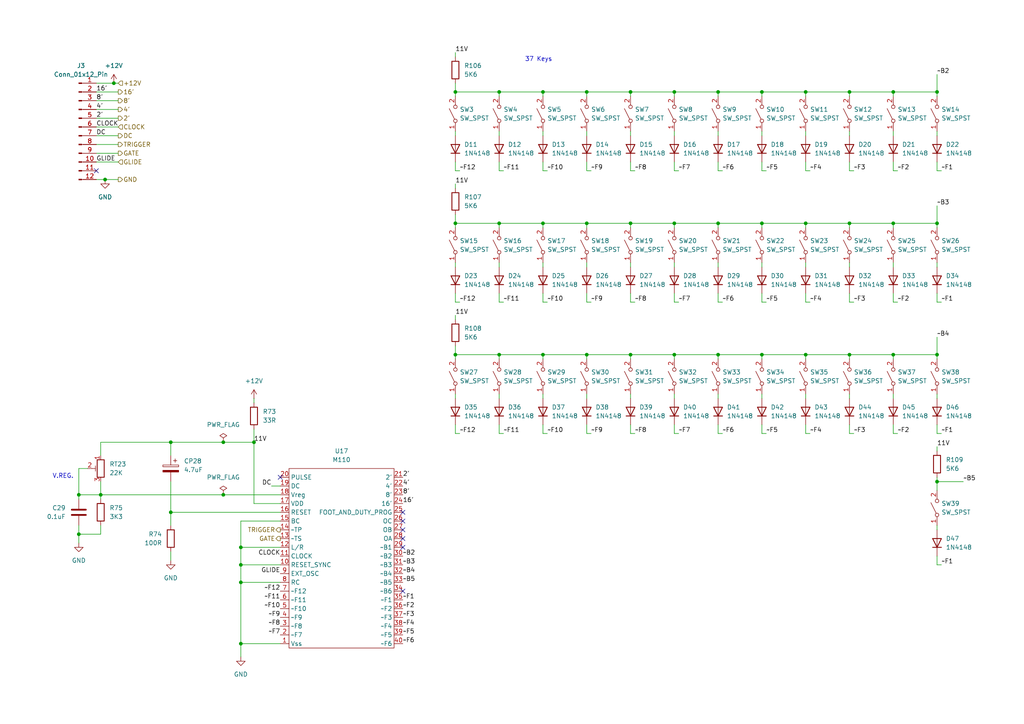
<source format=kicad_sch>
(kicad_sch (version 20250114) (generator "eeschema") (generator_version "9.0")
  (paper "A4")
  (text "V.REG." (at 18.288 138.176 0) (effects (font (size 1.27 1.27))))
  (text "37 Keys" (at 156.21 17.272 0) (effects (font (size 1.27 1.27))))
  (junction (at 233.68 64.77))
  (junction (at 195.58 102.87))
  (junction (at 195.58 26.67))
  (junction (at 208.28 26.67))
  (junction (at 271.78 139.7))
  (junction (at 195.58 64.77))
  (junction (at 144.78 26.67))
  (junction (at 132.08 26.67))
  (junction (at 69.85 163.83))
  (junction (at 271.78 26.67))
  (junction (at 157.48 26.67))
  (junction (at 33.02 24.13))
  (junction (at 220.98 26.67))
  (junction (at 182.88 64.77))
  (junction (at 182.88 102.87))
  (junction (at 170.18 102.87))
  (junction (at 271.78 64.77))
  (junction (at 49.53 148.59))
  (junction (at 132.08 102.87))
  (junction (at 69.85 186.69))
  (junction (at 208.28 64.77))
  (junction (at 49.53 128.27))
  (junction (at 22.86 154.94))
  (junction (at 29.21 143.51))
  (junction (at 259.08 64.77))
  (junction (at 246.38 26.67))
  (junction (at 144.78 64.77))
  (junction (at 271.78 102.87))
  (junction (at 73.66 128.27))
  (junction (at 220.98 102.87))
  (junction (at 30.48 52.07))
  (junction (at 132.08 64.77))
  (junction (at 246.38 102.87))
  (junction (at 233.68 26.67))
  (junction (at 233.68 102.87))
  (junction (at 170.18 64.77))
  (junction (at 69.85 158.75))
  (junction (at 259.08 102.87))
  (junction (at 246.38 64.77))
  (junction (at 157.48 102.87))
  (junction (at 144.78 102.87))
  (junction (at 64.77 128.27))
  (junction (at 259.08 26.67))
  (junction (at 182.88 26.67))
  (junction (at 170.18 26.67))
  (junction (at 69.85 168.91))
  (junction (at 157.48 64.77))
  (junction (at 22.86 143.51))
  (junction (at 220.98 64.77))
  (junction (at 64.77 143.51))
  (junction (at 208.28 102.87))
  (no_connect (at 116.84 156.21))
  (no_connect (at 116.84 158.75))
  (no_connect (at 116.84 151.13))
  (no_connect (at 81.28 138.43))
  (no_connect (at 27.94 49.53))
  (no_connect (at 116.84 148.59))
  (no_connect (at 116.84 153.67))
  (no_connect (at 116.84 171.45))
  (wire (pts (xy 69.85 163.83) (xy 81.28 163.83)))
  (wire (pts (xy 144.78 87.63) (xy 144.78 85.09)))
  (wire (pts (xy 146.05 125.73) (xy 144.78 125.73)))
  (wire (pts (xy 146.05 49.53) (xy 144.78 49.53)))
  (wire (pts (xy 182.88 125.73) (xy 182.88 123.19)))
  (wire (pts (xy 208.28 87.63) (xy 208.28 85.09)))
  (wire (pts (xy 157.48 46.99) (xy 157.48 49.53)))
  (wire (pts (xy 247.65 125.73) (xy 246.38 125.73)))
  (wire (pts (xy 157.48 123.19) (xy 157.48 125.73)))
  (wire (pts (xy 246.38 102.87) (xy 233.68 102.87)))
  (wire (pts (xy 81.28 146.05) (xy 73.66 146.05)))
  (wire (pts (xy 184.15 49.53) (xy 182.88 49.53)))
  (wire (pts (xy 259.08 27.94) (xy 259.08 26.67)))
  (wire (pts (xy 208.28 64.77) (xy 195.58 64.77)))
  (wire (pts (xy 69.85 151.13) (xy 69.85 158.75)))
  (wire (pts (xy 182.88 102.87) (xy 170.18 102.87)))
  (wire (pts (xy 170.18 104.14) (xy 170.18 102.87)))
  (wire (pts (xy 69.85 186.69) (xy 69.85 190.5)))
  (wire (pts (xy 246.38 26.67) (xy 233.68 26.67)))
  (wire (pts (xy 22.86 143.51) (xy 29.21 143.51)))
  (wire (pts (xy 182.88 64.77) (xy 170.18 64.77)))
  (wire (pts (xy 246.38 76.2) (xy 246.38 77.47)))
  (wire (pts (xy 233.68 66.04) (xy 233.68 64.77)))
  (wire (pts (xy 132.08 38.1) (xy 132.08 39.37)))
  (wire (pts (xy 233.68 38.1) (xy 233.68 39.37)))
  (wire (pts (xy 182.88 27.94) (xy 182.88 26.67)))
  (wire (pts (xy 209.55 87.63) (xy 208.28 87.63)))
  (wire (pts (xy 259.08 64.77) (xy 246.38 64.77)))
  (wire (pts (xy 195.58 114.3) (xy 195.58 115.57)))
  (wire (pts (xy 233.68 87.63) (xy 233.68 85.09)))
  (wire (pts (xy 246.38 49.53) (xy 246.38 46.99)))
  (wire (pts (xy 222.25 49.53) (xy 220.98 49.53)))
  (wire (pts (xy 132.08 62.23) (xy 132.08 64.77)))
  (wire (pts (xy 195.58 27.94) (xy 195.58 26.67)))
  (wire (pts (xy 209.55 49.53) (xy 208.28 49.53)))
  (wire (pts (xy 22.86 144.78) (xy 22.86 143.51)))
  (wire (pts (xy 27.94 52.07) (xy 30.48 52.07)))
  (wire (pts (xy 182.88 38.1) (xy 182.88 39.37)))
  (wire (pts (xy 220.98 26.67) (xy 208.28 26.67)))
  (wire (pts (xy 271.78 125.73) (xy 271.78 123.19)))
  (wire (pts (xy 144.78 114.3) (xy 144.78 115.57)))
  (wire (pts (xy 273.05 87.63) (xy 271.78 87.63)))
  (wire (pts (xy 158.75 49.53) (xy 157.48 49.53)))
  (wire (pts (xy 144.78 38.1) (xy 144.78 39.37)))
  (wire (pts (xy 246.38 64.77) (xy 233.68 64.77)))
  (wire (pts (xy 29.21 154.94) (xy 29.21 152.4)))
  (wire (pts (xy 29.21 132.08) (xy 29.21 128.27)))
  (wire (pts (xy 271.78 139.7) (xy 271.78 142.24)))
  (wire (pts (xy 170.18 49.53) (xy 170.18 46.99)))
  (wire (pts (xy 247.65 49.53) (xy 246.38 49.53)))
  (wire (pts (xy 34.29 41.91) (xy 27.94 41.91)))
  (wire (pts (xy 271.78 104.14) (xy 271.78 102.87)))
  (wire (pts (xy 246.38 38.1) (xy 246.38 39.37)))
  (wire (pts (xy 195.58 38.1) (xy 195.58 39.37)))
  (wire (pts (xy 271.78 49.53) (xy 271.78 46.99)))
  (wire (pts (xy 170.18 64.77) (xy 157.48 64.77)))
  (wire (pts (xy 144.78 49.53) (xy 144.78 46.99)))
  (wire (pts (xy 195.58 64.77) (xy 182.88 64.77)))
  (wire (pts (xy 182.88 49.53) (xy 182.88 46.99)))
  (wire (pts (xy 33.02 24.13) (xy 34.29 24.13)))
  (wire (pts (xy 209.55 125.73) (xy 208.28 125.73)))
  (wire (pts (xy 171.45 125.73) (xy 170.18 125.73)))
  (wire (pts (xy 64.77 128.27) (xy 73.66 128.27)))
  (wire (pts (xy 27.94 46.99) (xy 34.29 46.99)))
  (wire (pts (xy 157.48 102.87) (xy 144.78 102.87)))
  (wire (pts (xy 182.88 87.63) (xy 182.88 85.09)))
  (wire (pts (xy 260.35 125.73) (xy 259.08 125.73)))
  (wire (pts (xy 271.78 114.3) (xy 271.78 115.57)))
  (wire (pts (xy 222.25 87.63) (xy 220.98 87.63)))
  (wire (pts (xy 271.78 129.54) (xy 271.78 130.81)))
  (wire (pts (xy 195.58 76.2) (xy 195.58 77.47)))
  (wire (pts (xy 195.58 66.04) (xy 195.58 64.77)))
  (wire (pts (xy 220.98 64.77) (xy 208.28 64.77)))
  (wire (pts (xy 182.88 26.67) (xy 170.18 26.67)))
  (wire (pts (xy 259.08 125.73) (xy 259.08 123.19)))
  (wire (pts (xy 69.85 158.75) (xy 69.85 163.83)))
  (wire (pts (xy 132.08 91.44) (xy 132.08 92.71)))
  (wire (pts (xy 259.08 76.2) (xy 259.08 77.47)))
  (wire (pts (xy 27.94 31.75) (xy 34.29 31.75)))
  (wire (pts (xy 157.48 104.14) (xy 157.48 102.87)))
  (wire (pts (xy 220.98 76.2) (xy 220.98 77.47)))
  (wire (pts (xy 260.35 49.53) (xy 259.08 49.53)))
  (wire (pts (xy 182.88 104.14) (xy 182.88 102.87)))
  (wire (pts (xy 220.98 104.14) (xy 220.98 102.87)))
  (wire (pts (xy 132.08 46.99) (xy 132.08 49.53)))
  (wire (pts (xy 271.78 138.43) (xy 271.78 139.7)))
  (wire (pts (xy 144.78 66.04) (xy 144.78 64.77)))
  (wire (pts (xy 144.78 104.14) (xy 144.78 102.87)))
  (wire (pts (xy 220.98 49.53) (xy 220.98 46.99)))
  (wire (pts (xy 29.21 128.27) (xy 49.53 128.27)))
  (wire (pts (xy 195.58 125.73) (xy 195.58 123.19)))
  (wire (pts (xy 271.78 87.63) (xy 271.78 85.09)))
  (wire (pts (xy 144.78 102.87) (xy 132.08 102.87)))
  (wire (pts (xy 132.08 24.13) (xy 132.08 26.67)))
  (wire (pts (xy 246.38 27.94) (xy 246.38 26.67)))
  (wire (pts (xy 220.98 125.73) (xy 220.98 123.19)))
  (wire (pts (xy 144.78 26.67) (xy 132.08 26.67)))
  (wire (pts (xy 208.28 102.87) (xy 195.58 102.87)))
  (wire (pts (xy 233.68 26.67) (xy 220.98 26.67)))
  (wire (pts (xy 132.08 102.87) (xy 132.08 104.14)))
  (wire (pts (xy 271.78 66.04) (xy 271.78 64.77)))
  (wire (pts (xy 247.65 87.63) (xy 246.38 87.63)))
  (wire (pts (xy 234.95 125.73) (xy 233.68 125.73)))
  (wire (pts (xy 170.18 102.87) (xy 157.48 102.87)))
  (wire (pts (xy 233.68 27.94) (xy 233.68 26.67)))
  (wire (pts (xy 234.95 87.63) (xy 233.68 87.63)))
  (wire (pts (xy 208.28 38.1) (xy 208.28 39.37)))
  (wire (pts (xy 271.78 97.79) (xy 271.78 102.87)))
  (wire (pts (xy 49.53 148.59) (xy 81.28 148.59)))
  (wire (pts (xy 208.28 125.73) (xy 208.28 123.19)))
  (wire (pts (xy 259.08 38.1) (xy 259.08 39.37)))
  (wire (pts (xy 78.74 140.97) (xy 81.28 140.97)))
  (wire (pts (xy 27.94 29.21) (xy 34.29 29.21)))
  (wire (pts (xy 271.78 59.69) (xy 271.78 64.77)))
  (wire (pts (xy 259.08 87.63) (xy 259.08 85.09)))
  (wire (pts (xy 49.53 128.27) (xy 64.77 128.27)))
  (wire (pts (xy 170.18 87.63) (xy 170.18 85.09)))
  (wire (pts (xy 271.78 21.59) (xy 271.78 26.67)))
  (wire (pts (xy 22.86 152.4) (xy 22.86 154.94)))
  (wire (pts (xy 170.18 38.1) (xy 170.18 39.37)))
  (wire (pts (xy 132.08 76.2) (xy 132.08 77.47)))
  (wire (pts (xy 144.78 27.94) (xy 144.78 26.67)))
  (wire (pts (xy 271.78 27.94) (xy 271.78 26.67)))
  (wire (pts (xy 196.85 125.73) (xy 195.58 125.73)))
  (wire (pts (xy 195.58 104.14) (xy 195.58 102.87)))
  (wire (pts (xy 259.08 102.87) (xy 246.38 102.87)))
  (wire (pts (xy 273.05 49.53) (xy 271.78 49.53)))
  (wire (pts (xy 271.78 38.1) (xy 271.78 39.37)))
  (wire (pts (xy 157.48 76.2) (xy 157.48 77.47)))
  (wire (pts (xy 208.28 114.3) (xy 208.28 115.57)))
  (wire (pts (xy 233.68 114.3) (xy 233.68 115.57)))
  (wire (pts (xy 170.18 114.3) (xy 170.18 115.57)))
  (wire (pts (xy 158.75 87.63) (xy 157.48 87.63)))
  (wire (pts (xy 157.48 38.1) (xy 157.48 39.37)))
  (wire (pts (xy 246.38 125.73) (xy 246.38 123.19)))
  (wire (pts (xy 195.58 102.87) (xy 182.88 102.87)))
  (wire (pts (xy 27.94 34.29) (xy 34.29 34.29)))
  (wire (pts (xy 208.28 66.04) (xy 208.28 64.77)))
  (wire (pts (xy 170.18 66.04) (xy 170.18 64.77)))
  (wire (pts (xy 73.66 128.27) (xy 73.66 146.05)))
  (wire (pts (xy 233.68 64.77) (xy 220.98 64.77)))
  (wire (pts (xy 170.18 125.73) (xy 170.18 123.19)))
  (wire (pts (xy 259.08 49.53) (xy 259.08 46.99)))
  (wire (pts (xy 184.15 87.63) (xy 182.88 87.63)))
  (wire (pts (xy 132.08 53.34) (xy 132.08 54.61)))
  (wire (pts (xy 220.98 102.87) (xy 208.28 102.87)))
  (wire (pts (xy 81.28 151.13) (xy 69.85 151.13)))
  (wire (pts (xy 220.98 38.1) (xy 220.98 39.37)))
  (wire (pts (xy 271.78 161.29) (xy 271.78 163.83)))
  (wire (pts (xy 208.28 49.53) (xy 208.28 46.99)))
  (wire (pts (xy 29.21 143.51) (xy 29.21 144.78)))
  (wire (pts (xy 22.86 154.94) (xy 22.86 157.48)))
  (wire (pts (xy 220.98 87.63) (xy 220.98 85.09)))
  (wire (pts (xy 259.08 26.67) (xy 246.38 26.67)))
  (wire (pts (xy 157.48 27.94) (xy 157.48 26.67)))
  (wire (pts (xy 132.08 123.19) (xy 132.08 125.73)))
  (wire (pts (xy 132.08 114.3) (xy 132.08 115.57)))
  (wire (pts (xy 233.68 76.2) (xy 233.68 77.47)))
  (wire (pts (xy 27.94 26.67) (xy 34.29 26.67)))
  (wire (pts (xy 246.38 104.14) (xy 246.38 102.87)))
  (wire (pts (xy 170.18 27.94) (xy 170.18 26.67)))
  (wire (pts (xy 220.98 66.04) (xy 220.98 64.77)))
  (wire (pts (xy 271.78 139.7) (xy 279.4 139.7)))
  (wire (pts (xy 132.08 26.67) (xy 132.08 27.94)))
  (wire (pts (xy 195.58 26.67) (xy 182.88 26.67)))
  (wire (pts (xy 49.53 139.7) (xy 49.53 148.59)))
  (wire (pts (xy 233.68 125.73) (xy 233.68 123.19)))
  (wire (pts (xy 171.45 49.53) (xy 170.18 49.53)))
  (wire (pts (xy 246.38 114.3) (xy 246.38 115.57)))
  (wire (pts (xy 220.98 114.3) (xy 220.98 115.57)))
  (wire (pts (xy 69.85 163.83) (xy 69.85 168.91)))
  (wire (pts (xy 73.66 115.57) (xy 73.66 116.84)))
  (wire (pts (xy 69.85 168.91) (xy 81.28 168.91)))
  (wire (pts (xy 273.05 163.83) (xy 271.78 163.83)))
  (wire (pts (xy 133.35 87.63) (xy 132.08 87.63)))
  (wire (pts (xy 271.78 76.2) (xy 271.78 77.47)))
  (wire (pts (xy 182.88 66.04) (xy 182.88 64.77)))
  (wire (pts (xy 259.08 26.67) (xy 271.78 26.67)))
  (wire (pts (xy 171.45 87.63) (xy 170.18 87.63)))
  (wire (pts (xy 29.21 143.51) (xy 64.77 143.51)))
  (wire (pts (xy 146.05 87.63) (xy 144.78 87.63)))
  (wire (pts (xy 273.05 125.73) (xy 271.78 125.73)))
  (wire (pts (xy 182.88 76.2) (xy 182.88 77.47)))
  (wire (pts (xy 157.48 114.3) (xy 157.48 115.57)))
  (wire (pts (xy 49.53 132.08) (xy 49.53 128.27)))
  (wire (pts (xy 133.35 49.53) (xy 132.08 49.53)))
  (wire (pts (xy 34.29 44.45) (xy 27.94 44.45)))
  (wire (pts (xy 49.53 160.02) (xy 49.53 162.56)))
  (wire (pts (xy 195.58 87.63) (xy 195.58 85.09)))
  (wire (pts (xy 259.08 104.14) (xy 259.08 102.87)))
  (wire (pts (xy 132.08 64.77) (xy 132.08 66.04)))
  (wire (pts (xy 29.21 139.7) (xy 29.21 143.51)))
  (wire (pts (xy 233.68 102.87) (xy 220.98 102.87)))
  (wire (pts (xy 182.88 114.3) (xy 182.88 115.57)))
  (wire (pts (xy 184.15 125.73) (xy 182.88 125.73)))
  (wire (pts (xy 22.86 154.94) (xy 29.21 154.94)))
  (wire (pts (xy 259.08 64.77) (xy 271.78 64.77)))
  (wire (pts (xy 69.85 186.69) (xy 69.85 168.91)))
  (wire (pts (xy 27.94 24.13) (xy 33.02 24.13)))
  (wire (pts (xy 195.58 49.53) (xy 195.58 46.99)))
  (wire (pts (xy 208.28 27.94) (xy 208.28 26.67)))
  (wire (pts (xy 144.78 64.77) (xy 132.08 64.77)))
  (wire (pts (xy 208.28 104.14) (xy 208.28 102.87)))
  (wire (pts (xy 69.85 158.75) (xy 81.28 158.75)))
  (wire (pts (xy 132.08 85.09) (xy 132.08 87.63)))
  (wire (pts (xy 157.48 26.67) (xy 144.78 26.67)))
  (wire (pts (xy 246.38 66.04) (xy 246.38 64.77)))
  (wire (pts (xy 73.66 124.46) (xy 73.66 128.27)))
  (wire (pts (xy 222.25 125.73) (xy 220.98 125.73)))
  (wire (pts (xy 259.08 114.3) (xy 259.08 115.57)))
  (wire (pts (xy 132.08 100.33) (xy 132.08 102.87)))
  (wire (pts (xy 157.48 64.77) (xy 144.78 64.77)))
  (wire (pts (xy 196.85 87.63) (xy 195.58 87.63)))
  (wire (pts (xy 64.77 143.51) (xy 81.28 143.51)))
  (wire (pts (xy 30.48 52.07) (xy 34.29 52.07)))
  (wire (pts (xy 208.28 26.67) (xy 195.58 26.67)))
  (wire (pts (xy 27.94 39.37) (xy 34.29 39.37)))
  (wire (pts (xy 27.94 36.83) (xy 34.29 36.83)))
  (wire (pts (xy 233.68 49.53) (xy 233.68 46.99)))
  (wire (pts (xy 220.98 27.94) (xy 220.98 26.67)))
  (wire (pts (xy 170.18 76.2) (xy 170.18 77.47)))
  (wire (pts (xy 260.35 87.63) (xy 259.08 87.63)))
  (wire (pts (xy 25.4 135.89) (xy 22.86 135.89)))
  (wire (pts (xy 157.48 85.09) (xy 157.48 87.63)))
  (wire (pts (xy 246.38 87.63) (xy 246.38 85.09)))
  (wire (pts (xy 271.78 152.4) (xy 271.78 153.67)))
  (wire (pts (xy 49.53 152.4) (xy 49.53 148.59)))
  (wire (pts (xy 259.08 102.87) (xy 271.78 102.87)))
  (wire (pts (xy 132.08 15.24) (xy 132.08 16.51)))
  (wire (pts (xy 144.78 76.2) (xy 144.78 77.47)))
  (wire (pts (xy 234.95 49.53) (xy 233.68 49.53)))
  (wire (pts (xy 196.85 49.53) (xy 195.58 49.53)))
  (wire (pts (xy 233.68 104.14) (xy 233.68 102.87)))
  (wire (pts (xy 69.85 186.69) (xy 81.28 186.69)))
  (wire (pts (xy 133.35 125.73) (xy 132.08 125.73)))
  (wire (pts (xy 144.78 125.73) (xy 144.78 123.19)))
  (wire (pts (xy 157.48 66.04) (xy 157.48 64.77)))
  (wire (pts (xy 208.28 76.2) (xy 208.28 77.47)))
  (wire (pts (xy 259.08 66.04) (xy 259.08 64.77)))
  (wire (pts (xy 158.75 125.73) (xy 157.48 125.73)))
  (wire (pts (xy 22.86 135.89) (xy 22.86 143.51)))
  (wire (pts (xy 170.18 26.67) (xy 157.48 26.67)))
  (label "~F6" (at 209.55 49.53 0))
  (label "~F12" (at 133.35 125.73 0))
  (label "11V" (at 271.78 129.54 0))
  (label "~F10" (at 81.28 176.53 180))
  (label "GLIDE" (at 27.94 46.99 0))
  (label "~F9" (at 171.45 49.53 0))
  (label "~F7" (at 196.85 49.53 0))
  (label "~F1" (at 273.05 49.53 0))
  (label "~F2" (at 116.84 176.53 0))
  (label "~F7" (at 196.85 125.73 0))
  (label "2'" (at 27.94 34.29 0))
  (label "2'" (at 116.84 138.43 0))
  (label "11V" (at 132.08 91.44 0))
  (label "~F9" (at 171.45 125.73 0))
  (label "~F12" (at 133.35 87.63 0))
  (label "~F6" (at 209.55 87.63 0))
  (label "~F1" (at 116.84 173.99 0))
  (label "~F5" (at 116.84 184.15 0))
  (label "~F11" (at 81.28 173.99 180))
  (label "~F8" (at 184.15 125.73 0))
  (label "~F7" (at 81.28 184.15 180))
  (label "11V" (at 132.08 53.34 0))
  (label "~F3" (at 247.65 125.73 0))
  (label "~F1" (at 273.05 125.73 0))
  (label "16'" (at 27.94 26.67 0))
  (label "~F2" (at 260.35 125.73 0))
  (label "~F10" (at 158.75 49.53 0))
  (label "CLOCK" (at 81.28 161.29 180))
  (label "16'" (at 116.84 146.05 0))
  (label "~B3" (at 271.78 59.69 0))
  (label "~F11" (at 146.05 125.73 0))
  (label "~F8" (at 81.28 181.61 180))
  (label "~F8" (at 184.15 49.53 0))
  (label "~F4" (at 234.95 87.63 0))
  (label "~F5" (at 222.25 49.53 0))
  (label "~F4" (at 234.95 49.53 0))
  (label "4'" (at 27.94 31.75 0))
  (label "~B5" (at 279.4 139.7 0))
  (label "~F12" (at 81.28 171.45 180))
  (label "~F1" (at 273.05 163.83 0))
  (label "~F4" (at 234.95 125.73 0))
  (label "GLIDE" (at 81.28 166.37 180))
  (label "~F11" (at 146.05 49.53 0))
  (label "~F3" (at 116.84 179.07 0))
  (label "~F8" (at 184.15 87.63 0))
  (label "~F1" (at 273.05 87.63 0))
  (label "~B5" (at 116.84 168.91 0))
  (label "8'" (at 27.94 29.21 0))
  (label "~F2" (at 260.35 87.63 0))
  (label "~B2" (at 116.84 161.29 0))
  (label "~B4" (at 271.78 97.79 0))
  (label "~F10" (at 158.75 87.63 0))
  (label "8'" (at 116.84 143.51 0))
  (label "~B4" (at 116.84 166.37 0))
  (label "~B2" (at 271.78 21.59 0))
  (label "~F2" (at 260.35 49.53 0))
  (label "CLOCK" (at 27.94 36.83 0))
  (label "~F7" (at 196.85 87.63 0))
  (label "~F9" (at 171.45 87.63 0))
  (label "~F3" (at 247.65 49.53 0))
  (label "~F4" (at 116.84 181.61 0))
  (label "~F5" (at 222.25 87.63 0))
  (label "11V" (at 73.66 128.27 0))
  (label "~F9" (at 81.28 179.07 180))
  (label "~F12" (at 133.35 49.53 0))
  (label "~F6" (at 209.55 125.73 0))
  (label "~F11" (at 146.05 87.63 0))
  (label "~F10" (at 158.75 125.73 0))
  (label "DC" (at 27.94 39.37 0))
  (label "DC" (at 78.74 140.97 180))
  (label "4'" (at 116.84 140.97 0))
  (label "~B3" (at 116.84 163.83 0))
  (label "~F3" (at 247.65 87.63 0))
  (label "~F6" (at 116.84 186.69 0))
  (label "~F5" (at 222.25 125.73 0))
  (label "11V" (at 132.08 15.24 0))
  (hierarchical_label "DC" (shape output) (at 34.29 39.37 0))
  (hierarchical_label "+12V" (shape input) (at 34.29 24.13 0))
  (hierarchical_label "GATE" (shape output) (at 34.29 44.45 0))
  (hierarchical_label "GATE" (shape output) (at 81.28 156.21 180))
  (hierarchical_label "CLOCK" (shape input) (at 34.29 36.83 0))
  (hierarchical_label "GLIDE" (shape input) (at 34.29 46.99 0))
  (hierarchical_label "2'" (shape output) (at 34.29 34.29 0))
  (hierarchical_label "8'" (shape output) (at 34.29 29.21 0))
  (hierarchical_label "16'" (shape output) (at 34.29 26.67 0))
  (hierarchical_label "4'" (shape output) (at 34.29 31.75 0))
  (hierarchical_label "TRIGGER" (shape output) (at 34.29 41.91 0))
  (hierarchical_label "GND" (shape output) (at 34.29 52.07 0))
  (hierarchical_label "TRIGGER" (shape output) (at 81.28 153.67 180))
  (symbol (lib_id "Switch:SW_SPST") (at 246.38 109.22 90) (unit 1)
    (property "Reference" "SW36" (at 247.65 107.9499 90) (effects (justify right)))
    (property "Value" "SW_SPST" (at 247.65 110.4899 90) (effects (justify right)))
    (property "Footprint" "PCM_Jumper_AKL:Jumper_P30.48mm_D1.2mm" (effects (hide yes)))
    (property "Description" "Single Pole Single Throw (SPST) switch" (effects (hide yes)))
  )
  (symbol (lib_id "Diode:1N4148") (at 157.48 81.28 90) (unit 1)
    (property "Reference" "D25" (at 160.02 80.0099 90) (effects (justify right)))
    (property "Value" "1N4148" (at 160.02 82.5499 90) (effects (justify right)))
    (property "Footprint" "Diode_THT:D_DO-35_SOD27_P7.62mm_Horizontal" (effects (hide yes)))
    (property "Datasheet" "https://assets.nexperia.com/documents/data-sheet/1N4148_1N4448.pdf" (effects (hide yes)))
    (property "Description" "100V 0.15A standard switching diode, DO-35" (effects (hide yes)))
    (property "Sim.Device" "D" (effects (hide yes)))
    (property "Sim.Pins" "1=K 2=A" (effects (hide yes)))
  )
  (symbol (lib_id "Diode:1N4148") (at 208.28 81.28 90) (unit 1)
    (property "Reference" "D29" (at 210.82 80.0099 90) (effects (justify right)))
    (property "Value" "1N4148" (at 210.82 82.5499 90) (effects (justify right)))
    (property "Footprint" "Diode_THT:D_DO-35_SOD27_P7.62mm_Horizontal" (effects (hide yes)))
    (property "Datasheet" "https://assets.nexperia.com/documents/data-sheet/1N4148_1N4448.pdf" (effects (hide yes)))
    (property "Description" "100V 0.15A standard switching diode, DO-35" (effects (hide yes)))
    (property "Sim.Device" "D" (effects (hide yes)))
    (property "Sim.Pins" "1=K 2=A" (effects (hide yes)))
  )
  (symbol (lib_id "Diode:1N4148") (at 233.68 81.28 90) (unit 1)
    (property "Reference" "D31" (at 236.22 80.0099 90) (effects (justify right)))
    (property "Value" "1N4148" (at 236.22 82.5499 90) (effects (justify right)))
    (property "Footprint" "Diode_THT:D_DO-35_SOD27_P7.62mm_Horizontal" (effects (hide yes)))
    (property "Datasheet" "https://assets.nexperia.com/documents/data-sheet/1N4148_1N4448.pdf" (effects (hide yes)))
    (property "Description" "100V 0.15A standard switching diode, DO-35" (effects (hide yes)))
    (property "Sim.Device" "D" (effects (hide yes)))
    (property "Sim.Pins" "1=K 2=A" (effects (hide yes)))
  )
  (symbol (lib_id "Device:R") (at 49.53 156.21 0) (unit 1)
    (property "Reference" "R74" (at 46.99 154.9399 0) (effects (justify right)))
    (property "Value" "100R" (at 46.99 157.4799 0) (effects (justify right)))
    (property "Footprint" "Resistor_THT:R_Axial_DIN0204_L3.6mm_D1.6mm_P7.62mm_Horizontal" (effects (hide yes)))
    (property "Description" "Resistor" (effects (hide yes)))
  )
  (symbol (lib_id "Diode:1N4148") (at 271.78 157.48 90) (unit 1)
    (property "Reference" "D47" (at 274.32 156.2099 90) (effects (justify right)))
    (property "Value" "1N4148" (at 274.32 158.7499 90) (effects (justify right)))
    (property "Footprint" "Diode_THT:D_DO-35_SOD27_P7.62mm_Horizontal" (effects (hide yes)))
    (property "Datasheet" "https://assets.nexperia.com/documents/data-sheet/1N4148_1N4448.pdf" (effects (hide yes)))
    (property "Description" "100V 0.15A standard switching diode, DO-35" (effects (hide yes)))
    (property "Sim.Device" "D" (effects (hide yes)))
    (property "Sim.Pins" "1=K 2=A" (effects (hide yes)))
  )
  (symbol (lib_id "Device:R") (at 132.08 20.32 0) (unit 1)
    (property "Reference" "R106" (at 134.62 19.0499 0) (effects (justify left)))
    (property "Value" "5K6" (at 134.62 21.5899 0) (effects (justify left)))
    (property "Footprint" "Resistor_THT:R_Axial_DIN0204_L3.6mm_D1.6mm_P7.62mm_Horizontal" (effects (hide yes)))
    (property "Description" "Resistor" (effects (hide yes)))
  )
  (symbol (lib_id "Switch:SW_SPST") (at 233.68 71.12 90) (unit 1)
    (property "Reference" "SW23" (at 234.95 69.8499 90) (effects (justify right)))
    (property "Value" "SW_SPST" (at 234.95 72.3899 90) (effects (justify right)))
    (property "Footprint" "PCM_Jumper_AKL:Jumper_P30.48mm_D1.2mm" (effects (hide yes)))
    (property "Description" "Single Pole Single Throw (SPST) switch" (effects (hide yes)))
  )
  (symbol (lib_id "power:GND") (at 49.53 162.56 0) (mirror y) (unit 1)
    (property "Reference" "#PWR0132" (effects (hide yes)))
    (property "Value" "GND" (at 49.53 167.64 0))
    (property "Description" "Power symbol creates a global label with name \"GND\" , ground" (effects (hide yes)))
  )
  (symbol (lib_id "Diode:1N4148") (at 157.48 119.38 90) (unit 1)
    (property "Reference" "D37" (at 160.02 118.1099 90) (effects (justify right)))
    (property "Value" "1N4148" (at 160.02 120.6499 90) (effects (justify right)))
    (property "Footprint" "Diode_THT:D_DO-35_SOD27_P7.62mm_Horizontal" (effects (hide yes)))
    (property "Datasheet" "https://assets.nexperia.com/documents/data-sheet/1N4148_1N4448.pdf" (effects (hide yes)))
    (property "Description" "100V 0.15A standard switching diode, DO-35" (effects (hide yes)))
    (property "Sim.Device" "D" (effects (hide yes)))
    (property "Sim.Pins" "1=K 2=A" (effects (hide yes)))
  )
  (symbol (lib_id "Diode:1N4148") (at 220.98 43.18 90) (unit 1)
    (property "Reference" "D18" (at 223.52 41.9099 90) (effects (justify right)))
    (property "Value" "1N4148" (at 223.52 44.4499 90) (effects (justify right)))
    (property "Footprint" "Diode_THT:D_DO-35_SOD27_P7.62mm_Horizontal" (effects (hide yes)))
    (property "Datasheet" "https://assets.nexperia.com/documents/data-sheet/1N4148_1N4448.pdf" (effects (hide yes)))
    (property "Description" "100V 0.15A standard switching diode, DO-35" (effects (hide yes)))
    (property "Sim.Device" "D" (effects (hide yes)))
    (property "Sim.Pins" "1=K 2=A" (effects (hide yes)))
  )
  (symbol (lib_id "Diode:1N4148") (at 246.38 119.38 90) (unit 1)
    (property "Reference" "D44" (at 248.92 118.1099 90) (effects (justify right)))
    (property "Value" "1N4148" (at 248.92 120.6499 90) (effects (justify right)))
    (property "Footprint" "Diode_THT:D_DO-35_SOD27_P7.62mm_Horizontal" (effects (hide yes)))
    (property "Datasheet" "https://assets.nexperia.com/documents/data-sheet/1N4148_1N4448.pdf" (effects (hide yes)))
    (property "Description" "100V 0.15A standard switching diode, DO-35" (effects (hide yes)))
    (property "Sim.Device" "D" (effects (hide yes)))
    (property "Sim.Pins" "1=K 2=A" (effects (hide yes)))
  )
  (symbol (lib_id "Switch:SW_SPST") (at 220.98 109.22 90) (unit 1)
    (property "Reference" "SW34" (at 222.25 107.9499 90) (effects (justify right)))
    (property "Value" "SW_SPST" (at 222.25 110.4899 90) (effects (justify right)))
    (property "Footprint" "PCM_Jumper_AKL:Jumper_P30.48mm_D1.2mm" (effects (hide yes)))
    (property "Description" "Single Pole Single Throw (SPST) switch" (effects (hide yes)))
  )
  (symbol (lib_id "Diode:1N4148") (at 246.38 81.28 90) (unit 1)
    (property "Reference" "D32" (at 248.92 80.0099 90) (effects (justify right)))
    (property "Value" "1N4148" (at 248.92 82.5499 90) (effects (justify right)))
    (property "Footprint" "Diode_THT:D_DO-35_SOD27_P7.62mm_Horizontal" (effects (hide yes)))
    (property "Datasheet" "https://assets.nexperia.com/documents/data-sheet/1N4148_1N4448.pdf" (effects (hide yes)))
    (property "Description" "100V 0.15A standard switching diode, DO-35" (effects (hide yes)))
    (property "Sim.Device" "D" (effects (hide yes)))
    (property "Sim.Pins" "1=K 2=A" (effects (hide yes)))
  )
  (symbol (lib_id "power:+12V") (at 73.66 115.57 0) (unit 1)
    (property "Reference" "#PWR0131" (effects (hide yes)))
    (property "Value" "+12V" (at 73.66 110.49 0))
    (property "Description" "Power symbol creates a global label with name \"+12V\"" (effects (hide yes)))
  )
  (symbol (lib_id "Analog:SGS-M110") (at 81.28 186.69 0) (unit 1)
    (property "Reference" "U17" (at 99.06 130.81 0))
    (property "Value" "M110" (at 99.06 133.35 0))
    (property "Footprint" "Package_DIP:DIP-40_W15.24mm_LongPads" (effects (hide yes)))
  )
  (symbol (lib_id "Switch:SW_SPST") (at 259.08 71.12 90) (unit 1)
    (property "Reference" "SW25" (at 260.35 69.8499 90) (effects (justify right)))
    (property "Value" "SW_SPST" (at 260.35 72.3899 90) (effects (justify right)))
    (property "Footprint" "PCM_Jumper_AKL:Jumper_P30.48mm_D1.2mm" (effects (hide yes)))
    (property "Description" "Single Pole Single Throw (SPST) switch" (effects (hide yes)))
  )
  (symbol (lib_id "Switch:SW_SPST") (at 259.08 109.22 90) (unit 1)
    (property "Reference" "SW37" (at 260.35 107.9499 90) (effects (justify right)))
    (property "Value" "SW_SPST" (at 260.35 110.4899 90) (effects (justify right)))
    (property "Footprint" "PCM_Jumper_AKL:Jumper_P30.48mm_D1.2mm" (effects (hide yes)))
    (property "Description" "Single Pole Single Throw (SPST) switch" (effects (hide yes)))
  )
  (symbol (lib_id "Switch:SW_SPST") (at 195.58 109.22 90) (unit 1)
    (property "Reference" "SW32" (at 196.85 107.9499 90) (effects (justify right)))
    (property "Value" "SW_SPST" (at 196.85 110.4899 90) (effects (justify right)))
    (property "Footprint" "PCM_Jumper_AKL:Jumper_P30.48mm_D1.2mm" (effects (hide yes)))
    (property "Description" "Single Pole Single Throw (SPST) switch" (effects (hide yes)))
  )
  (symbol (lib_id "Diode:1N4148") (at 144.78 43.18 90) (unit 1)
    (property "Reference" "D12" (at 147.32 41.9099 90) (effects (justify right)))
    (property "Value" "1N4148" (at 147.32 44.4499 90) (effects (justify right)))
    (property "Footprint" "Diode_THT:D_DO-35_SOD27_P7.62mm_Horizontal" (effects (hide yes)))
    (property "Datasheet" "https://assets.nexperia.com/documents/data-sheet/1N4148_1N4448.pdf" (effects (hide yes)))
    (property "Description" "100V 0.15A standard switching diode, DO-35" (effects (hide yes)))
    (property "Sim.Device" "D" (effects (hide yes)))
    (property "Sim.Pins" "1=K 2=A" (effects (hide yes)))
  )
  (symbol (lib_id "Switch:SW_SPST") (at 170.18 109.22 90) (unit 1)
    (property "Reference" "SW30" (at 171.45 107.9499 90) (effects (justify right)))
    (property "Value" "SW_SPST" (at 171.45 110.4899 90) (effects (justify right)))
    (property "Footprint" "PCM_Jumper_AKL:Jumper_P30.48mm_D1.2mm" (effects (hide yes)))
    (property "Description" "Single Pole Single Throw (SPST) switch" (effects (hide yes)))
  )
  (symbol (lib_id "Diode:1N4148") (at 195.58 119.38 90) (unit 1)
    (property "Reference" "D40" (at 198.12 118.1099 90) (effects (justify right)))
    (property "Value" "1N4148" (at 198.12 120.6499 90) (effects (justify right)))
    (property "Footprint" "Diode_THT:D_DO-35_SOD27_P7.62mm_Horizontal" (effects (hide yes)))
    (property "Datasheet" "https://assets.nexperia.com/documents/data-sheet/1N4148_1N4448.pdf" (effects (hide yes)))
    (property "Description" "100V 0.15A standard switching diode, DO-35" (effects (hide yes)))
    (property "Sim.Device" "D" (effects (hide yes)))
    (property "Sim.Pins" "1=K 2=A" (effects (hide yes)))
  )
  (symbol (lib_id "Connector:Conn_01x12_Pin") (at 22.86 36.83 0) (unit 1)
    (property "Reference" "J3" (at 23.495 19.05 0))
    (property "Value" "Conn_01x12_Pin" (at 23.495 21.59 0))
    (property "Footprint" "Connector_PinHeader_2.54mm:PinHeader_1x12_P2.54mm_Vertical" (effects (hide yes)))
    (property "Description" "Generic connector, single row, 01x12, script generated" (effects (hide yes)))
  )
  (symbol (lib_id "Diode:1N4148") (at 271.78 43.18 90) (unit 1)
    (property "Reference" "D22" (at 274.32 41.9099 90) (effects (justify right)))
    (property "Value" "1N4148" (at 274.32 44.4499 90) (effects (justify right)))
    (property "Footprint" "Diode_THT:D_DO-35_SOD27_P7.62mm_Horizontal" (effects (hide yes)))
    (property "Datasheet" "https://assets.nexperia.com/documents/data-sheet/1N4148_1N4448.pdf" (effects (hide yes)))
    (property "Description" "100V 0.15A standard switching diode, DO-35" (effects (hide yes)))
    (property "Sim.Device" "D" (effects (hide yes)))
    (property "Sim.Pins" "1=K 2=A" (effects (hide yes)))
  )
  (symbol (lib_id "Device:R") (at 271.78 134.62 0) (unit 1)
    (property "Reference" "R109" (at 274.32 133.3499 0) (effects (justify left)))
    (property "Value" "5K6" (at 274.32 135.8899 0) (effects (justify left)))
    (property "Footprint" "Resistor_THT:R_Axial_DIN0204_L3.6mm_D1.6mm_P7.62mm_Horizontal" (effects (hide yes)))
    (property "Description" "Resistor" (effects (hide yes)))
  )
  (symbol (lib_id "Diode:1N4148") (at 132.08 119.38 90) (unit 1)
    (property "Reference" "D35" (at 134.62 118.1099 90) (effects (justify right)))
    (property "Value" "1N4148" (at 134.62 120.6499 90) (effects (justify right)))
    (property "Footprint" "Diode_THT:D_DO-35_SOD27_P7.62mm_Horizontal" (effects (hide yes)))
    (property "Datasheet" "https://assets.nexperia.com/documents/data-sheet/1N4148_1N4448.pdf" (effects (hide yes)))
    (property "Description" "100V 0.15A standard switching diode, DO-35" (effects (hide yes)))
    (property "Sim.Device" "D" (effects (hide yes)))
    (property "Sim.Pins" "1=K 2=A" (effects (hide yes)))
  )
  (symbol (lib_id "Diode:1N4148") (at 132.08 81.28 90) (unit 1)
    (property "Reference" "D23" (at 134.62 80.0099 90) (effects (justify right)))
    (property "Value" "1N4148" (at 134.62 82.5499 90) (effects (justify right)))
    (property "Footprint" "Diode_THT:D_DO-35_SOD27_P7.62mm_Horizontal" (effects (hide yes)))
    (property "Datasheet" "https://assets.nexperia.com/documents/data-sheet/1N4148_1N4448.pdf" (effects (hide yes)))
    (property "Description" "100V 0.15A standard switching diode, DO-35" (effects (hide yes)))
    (property "Sim.Device" "D" (effects (hide yes)))
    (property "Sim.Pins" "1=K 2=A" (effects (hide yes)))
  )
  (symbol (lib_id "Diode:1N4148") (at 182.88 81.28 90) (unit 1)
    (property "Reference" "D27" (at 185.42 80.0099 90) (effects (justify right)))
    (property "Value" "1N4148" (at 185.42 82.5499 90) (effects (justify right)))
    (property "Footprint" "Diode_THT:D_DO-35_SOD27_P7.62mm_Horizontal" (effects (hide yes)))
    (property "Datasheet" "https://assets.nexperia.com/documents/data-sheet/1N4148_1N4448.pdf" (effects (hide yes)))
    (property "Description" "100V 0.15A standard switching diode, DO-35" (effects (hide yes)))
    (property "Sim.Device" "D" (effects (hide yes)))
    (property "Sim.Pins" "1=K 2=A" (effects (hide yes)))
  )
  (symbol (lib_id "Device:R") (at 132.08 58.42 0) (unit 1)
    (property "Reference" "R107" (at 134.62 57.1499 0) (effects (justify left)))
    (property "Value" "5K6" (at 134.62 59.6899 0) (effects (justify left)))
    (property "Footprint" "Resistor_THT:R_Axial_DIN0204_L3.6mm_D1.6mm_P7.62mm_Horizontal" (effects (hide yes)))
    (property "Description" "Resistor" (effects (hide yes)))
  )
  (symbol (lib_id "Diode:1N4148") (at 233.68 43.18 90) (unit 1)
    (property "Reference" "D19" (at 236.22 41.9099 90) (effects (justify right)))
    (property "Value" "1N4148" (at 236.22 44.4499 90) (effects (justify right)))
    (property "Footprint" "Diode_THT:D_DO-35_SOD27_P7.62mm_Horizontal" (effects (hide yes)))
    (property "Datasheet" "https://assets.nexperia.com/documents/data-sheet/1N4148_1N4448.pdf" (effects (hide yes)))
    (property "Description" "100V 0.15A standard switching diode, DO-35" (effects (hide yes)))
    (property "Sim.Device" "D" (effects (hide yes)))
    (property "Sim.Pins" "1=K 2=A" (effects (hide yes)))
  )
  (symbol (lib_id "Device:R") (at 132.08 96.52 0) (unit 1)
    (property "Reference" "R108" (at 134.62 95.2499 0) (effects (justify left)))
    (property "Value" "5K6" (at 134.62 97.7899 0) (effects (justify left)))
    (property "Footprint" "Resistor_THT:R_Axial_DIN0204_L3.6mm_D1.6mm_P7.62mm_Horizontal" (effects (hide yes)))
    (property "Description" "Resistor" (effects (hide yes)))
  )
  (symbol (lib_id "power:GND") (at 22.86 157.48 0) (unit 1)
    (property "Reference" "#PWR0133" (effects (hide yes)))
    (property "Value" "GND" (at 22.86 162.56 0))
    (property "Description" "Power symbol creates a global label with name \"GND\" , ground" (effects (hide yes)))
  )
  (symbol (lib_id "Switch:SW_SPST") (at 271.78 33.02 90) (unit 1)
    (property "Reference" "SW14" (at 273.05 31.7499 90) (effects (justify right)))
    (property "Value" "SW_SPST" (at 273.05 34.2899 90) (effects (justify right)))
    (property "Footprint" "PCM_Jumper_AKL:Jumper_P30.48mm_D1.2mm" (effects (hide yes)))
    (property "Description" "Single Pole Single Throw (SPST) switch" (effects (hide yes)))
  )
  (symbol (lib_id "Diode:1N4148") (at 220.98 81.28 90) (unit 1)
    (property "Reference" "D30" (at 223.52 80.0099 90) (effects (justify right)))
    (property "Value" "1N4148" (at 223.52 82.5499 90) (effects (justify right)))
    (property "Footprint" "Diode_THT:D_DO-35_SOD27_P7.62mm_Horizontal" (effects (hide yes)))
    (property "Datasheet" "https://assets.nexperia.com/documents/data-sheet/1N4148_1N4448.pdf" (effects (hide yes)))
    (property "Description" "100V 0.15A standard switching diode, DO-35" (effects (hide yes)))
    (property "Sim.Device" "D" (effects (hide yes)))
    (property "Sim.Pins" "1=K 2=A" (effects (hide yes)))
  )
  (symbol (lib_id "Switch:SW_SPST") (at 233.68 109.22 90) (unit 1)
    (property "Reference" "SW35" (at 234.95 107.9499 90) (effects (justify right)))
    (property "Value" "SW_SPST" (at 234.95 110.4899 90) (effects (justify right)))
    (property "Footprint" "PCM_Jumper_AKL:Jumper_P30.48mm_D1.2mm" (effects (hide yes)))
    (property "Description" "Single Pole Single Throw (SPST) switch" (effects (hide yes)))
  )
  (symbol (lib_id "Diode:1N4148") (at 170.18 81.28 90) (unit 1)
    (property "Reference" "D26" (at 172.72 80.0099 90) (effects (justify right)))
    (property "Value" "1N4148" (at 172.72 82.5499 90) (effects (justify right)))
    (property "Footprint" "Diode_THT:D_DO-35_SOD27_P7.62mm_Horizontal" (effects (hide yes)))
    (property "Datasheet" "https://assets.nexperia.com/documents/data-sheet/1N4148_1N4448.pdf" (effects (hide yes)))
    (property "Description" "100V 0.15A standard switching diode, DO-35" (effects (hide yes)))
    (property "Sim.Device" "D" (effects (hide yes)))
    (property "Sim.Pins" "1=K 2=A" (effects (hide yes)))
  )
  (symbol (lib_id "Diode:1N4148") (at 259.08 119.38 90) (unit 1)
    (property "Reference" "D45" (at 261.62 118.1099 90) (effects (justify right)))
    (property "Value" "1N4148" (at 261.62 120.6499 90) (effects (justify right)))
    (property "Footprint" "Diode_THT:D_DO-35_SOD27_P7.62mm_Horizontal" (effects (hide yes)))
    (property "Datasheet" "https://assets.nexperia.com/documents/data-sheet/1N4148_1N4448.pdf" (effects (hide yes)))
    (property "Description" "100V 0.15A standard switching diode, DO-35" (effects (hide yes)))
    (property "Sim.Device" "D" (effects (hide yes)))
    (property "Sim.Pins" "1=K 2=A" (effects (hide yes)))
  )
  (symbol (lib_id "Diode:1N4148") (at 182.88 43.18 90) (unit 1)
    (property "Reference" "D15" (at 185.42 41.9099 90) (effects (justify right)))
    (property "Value" "1N4148" (at 185.42 44.4499 90) (effects (justify right)))
    (property "Footprint" "Diode_THT:D_DO-35_SOD27_P7.62mm_Horizontal" (effects (hide yes)))
    (property "Datasheet" "https://assets.nexperia.com/documents/data-sheet/1N4148_1N4448.pdf" (effects (hide yes)))
    (property "Description" "100V 0.15A standard switching diode, DO-35" (effects (hide yes)))
    (property "Sim.Device" "D" (effects (hide yes)))
    (property "Sim.Pins" "1=K 2=A" (effects (hide yes)))
  )
  (symbol (lib_id "Switch:SW_SPST") (at 271.78 147.32 90) (unit 1)
    (property "Reference" "SW39" (at 273.05 146.0499 90) (effects (justify right)))
    (property "Value" "SW_SPST" (at 273.05 148.5899 90) (effects (justify right)))
    (property "Footprint" "PCM_Jumper_AKL:Jumper_P30.48mm_D1.2mm" (effects (hide yes)))
    (property "Description" "Single Pole Single Throw (SPST) switch" (effects (hide yes)))
  )
  (symbol (lib_id "Diode:1N4148") (at 208.28 119.38 90) (unit 1)
    (property "Reference" "D41" (at 210.82 118.1099 90) (effects (justify right)))
    (property "Value" "1N4148" (at 210.82 120.6499 90) (effects (justify right)))
    (property "Footprint" "Diode_THT:D_DO-35_SOD27_P7.62mm_Horizontal" (effects (hide yes)))
    (property "Datasheet" "https://assets.nexperia.com/documents/data-sheet/1N4148_1N4448.pdf" (effects (hide yes)))
    (property "Description" "100V 0.15A standard switching diode, DO-35" (effects (hide yes)))
    (property "Sim.Device" "D" (effects (hide yes)))
    (property "Sim.Pins" "1=K 2=A" (effects (hide yes)))
  )
  (symbol (lib_id "Switch:SW_SPST") (at 182.88 109.22 90) (unit 1)
    (property "Reference" "SW31" (at 184.15 107.9499 90) (effects (justify right)))
    (property "Value" "SW_SPST" (at 184.15 110.4899 90) (effects (justify right)))
    (property "Footprint" "PCM_Jumper_AKL:Jumper_P30.48mm_D1.2mm" (effects (hide yes)))
    (property "Description" "Single Pole Single Throw (SPST) switch" (effects (hide yes)))
  )
  (symbol (lib_id "Diode:1N4148") (at 259.08 43.18 90) (unit 1)
    (property "Reference" "D21" (at 261.62 41.9099 90) (effects (justify right)))
    (property "Value" "1N4148" (at 261.62 44.4499 90) (effects (justify right)))
    (property "Footprint" "Diode_THT:D_DO-35_SOD27_P7.62mm_Horizontal" (effects (hide yes)))
    (property "Datasheet" "https://assets.nexperia.com/documents/data-sheet/1N4148_1N4448.pdf" (effects (hide yes)))
    (property "Description" "100V 0.15A standard switching diode, DO-35" (effects (hide yes)))
    (property "Sim.Device" "D" (effects (hide yes)))
    (property "Sim.Pins" "1=K 2=A" (effects (hide yes)))
  )
  (symbol (lib_id "Device:R") (at 29.21 148.59 0) (mirror y) (unit 1)
    (property "Reference" "R75" (at 31.75 147.3199 0) (effects (justify right)))
    (property "Value" "3K3" (at 31.75 149.8599 0) (effects (justify right)))
    (property "Footprint" "Resistor_THT:R_Axial_DIN0204_L3.6mm_D1.6mm_P7.62mm_Horizontal" (effects (hide yes)))
    (property "Description" "Resistor" (effects (hide yes)))
  )
  (symbol (lib_id "Switch:SW_SPST") (at 144.78 33.02 90) (unit 1)
    (property "Reference" "SW4" (at 146.05 31.7499 90) (effects (justify right)))
    (property "Value" "SW_SPST" (at 146.05 34.2899 90) (effects (justify right)))
    (property "Footprint" "PCM_Jumper_AKL:Jumper_P30.48mm_D1.2mm" (effects (hide yes)))
    (property "Description" "Single Pole Single Throw (SPST) switch" (effects (hide yes)))
  )
  (symbol (lib_id "Switch:SW_SPST") (at 259.08 33.02 90) (unit 1)
    (property "Reference" "SW13" (at 260.35 31.7499 90) (effects (justify right)))
    (property "Value" "SW_SPST" (at 260.35 34.2899 90) (effects (justify right)))
    (property "Footprint" "PCM_Jumper_AKL:Jumper_P30.48mm_D1.2mm" (effects (hide yes)))
    (property "Description" "Single Pole Single Throw (SPST) switch" (effects (hide yes)))
  )
  (symbol (lib_id "Switch:SW_SPST") (at 195.58 33.02 90) (unit 1)
    (property "Reference" "SW8" (at 196.85 31.7499 90) (effects (justify right)))
    (property "Value" "SW_SPST" (at 196.85 34.2899 90) (effects (justify right)))
    (property "Footprint" "PCM_Jumper_AKL:Jumper_P30.48mm_D1.2mm" (effects (hide yes)))
    (property "Description" "Single Pole Single Throw (SPST) switch" (effects (hide yes)))
  )
  (symbol (lib_id "Diode:1N4148") (at 170.18 43.18 90) (unit 1)
    (property "Reference" "D14" (at 172.72 41.9099 90) (effects (justify right)))
    (property "Value" "1N4148" (at 172.72 44.4499 90) (effects (justify right)))
    (property "Footprint" "Diode_THT:D_DO-35_SOD27_P7.62mm_Horizontal" (effects (hide yes)))
    (property "Datasheet" "https://assets.nexperia.com/documents/data-sheet/1N4148_1N4448.pdf" (effects (hide yes)))
    (property "Description" "100V 0.15A standard switching diode, DO-35" (effects (hide yes)))
    (property "Sim.Device" "D" (effects (hide yes)))
    (property "Sim.Pins" "1=K 2=A" (effects (hide yes)))
  )
  (symbol (lib_id "Diode:1N4148") (at 208.28 43.18 90) (unit 1)
    (property "Reference" "D17" (at 210.82 41.9099 90) (effects (justify right)))
    (property "Value" "1N4148" (at 210.82 44.4499 90) (effects (justify right)))
    (property "Footprint" "Diode_THT:D_DO-35_SOD27_P7.62mm_Horizontal" (effects (hide yes)))
    (property "Datasheet" "https://assets.nexperia.com/documents/data-sheet/1N4148_1N4448.pdf" (effects (hide yes)))
    (property "Description" "100V 0.15A standard switching diode, DO-35" (effects (hide yes)))
    (property "Sim.Device" "D" (effects (hide yes)))
    (property "Sim.Pins" "1=K 2=A" (effects (hide yes)))
  )
  (symbol (lib_id "Diode:1N4148") (at 195.58 81.28 90) (unit 1)
    (property "Reference" "D28" (at 198.12 80.0099 90) (effects (justify right)))
    (property "Value" "1N4148" (at 198.12 82.5499 90) (effects (justify right)))
    (property "Footprint" "Diode_THT:D_DO-35_SOD27_P7.62mm_Horizontal" (effects (hide yes)))
    (property "Datasheet" "https://assets.nexperia.com/documents/data-sheet/1N4148_1N4448.pdf" (effects (hide yes)))
    (property "Description" "100V 0.15A standard switching diode, DO-35" (effects (hide yes)))
    (property "Sim.Device" "D" (effects (hide yes)))
    (property "Sim.Pins" "1=K 2=A" (effects (hide yes)))
  )
  (symbol (lib_id "Diode:1N4148") (at 271.78 119.38 90) (unit 1)
    (property "Reference" "D46" (at 274.32 118.1099 90) (effects (justify right)))
    (property "Value" "1N4148" (at 274.32 120.6499 90) (effects (justify right)))
    (property "Footprint" "Diode_THT:D_DO-35_SOD27_P7.62mm_Horizontal" (effects (hide yes)))
    (property "Datasheet" "https://assets.nexperia.com/documents/data-sheet/1N4148_1N4448.pdf" (effects (hide yes)))
    (property "Description" "100V 0.15A standard switching diode, DO-35" (effects (hide yes)))
    (property "Sim.Device" "D" (effects (hide yes)))
    (property "Sim.Pins" "1=K 2=A" (effects (hide yes)))
  )
  (symbol (lib_id "Switch:SW_SPST") (at 246.38 33.02 90) (unit 1)
    (property "Reference" "SW12" (at 247.65 31.7499 90) (effects (justify right)))
    (property "Value" "SW_SPST" (at 247.65 34.2899 90) (effects (justify right)))
    (property "Footprint" "PCM_Jumper_AKL:Jumper_P30.48mm_D1.2mm" (effects (hide yes)))
    (property "Description" "Single Pole Single Throw (SPST) switch" (effects (hide yes)))
  )
  (symbol (lib_id "Switch:SW_SPST") (at 132.08 71.12 90) (unit 1)
    (property "Reference" "SW15" (at 133.35 69.8499 90) (effects (justify right)))
    (property "Value" "SW_SPST" (at 133.35 72.3899 90) (effects (justify right)))
    (property "Footprint" "PCM_Jumper_AKL:Jumper_P30.48mm_D1.2mm" (effects (hide yes)))
    (property "Description" "Single Pole Single Throw (SPST) switch" (effects (hide yes)))
  )
  (symbol (lib_id "Switch:SW_SPST") (at 182.88 33.02 90) (unit 1)
    (property "Reference" "SW7" (at 184.15 31.7499 90) (effects (justify right)))
    (property "Value" "SW_SPST" (at 184.15 34.2899 90) (effects (justify right)))
    (property "Footprint" "PCM_Jumper_AKL:Jumper_P30.48mm_D1.2mm" (effects (hide yes)))
    (property "Description" "Single Pole Single Throw (SPST) switch" (effects (hide yes)))
  )
  (symbol (lib_id "Switch:SW_SPST") (at 208.28 109.22 90) (unit 1)
    (property "Reference" "SW33" (at 209.55 107.9499 90) (effects (justify right)))
    (property "Value" "SW_SPST" (at 209.55 110.4899 90) (effects (justify right)))
    (property "Footprint" "PCM_Jumper_AKL:Jumper_P30.48mm_D1.2mm" (effects (hide yes)))
    (property "Description" "Single Pole Single Throw (SPST) switch" (effects (hide yes)))
  )
  (symbol (lib_id "Diode:1N4148") (at 132.08 43.18 90) (unit 1)
    (property "Reference" "D11" (at 134.62 41.9099 90) (effects (justify right)))
    (property "Value" "1N4148" (at 134.62 44.4499 90) (effects (justify right)))
    (property "Footprint" "Diode_THT:D_DO-35_SOD27_P7.62mm_Horizontal" (effects (hide yes)))
    (property "Datasheet" "https://assets.nexperia.com/documents/data-sheet/1N4148_1N4448.pdf" (effects (hide yes)))
    (property "Description" "100V 0.15A standard switching diode, DO-35" (effects (hide yes)))
    (property "Sim.Device" "D" (effects (hide yes)))
    (property "Sim.Pins" "1=K 2=A" (effects (hide yes)))
  )
  (symbol (lib_id "power:GND") (at 69.85 190.5 0) (unit 1)
    (property "Reference" "#PWR0130" (effects (hide yes)))
    (property "Value" "GND" (at 69.85 195.58 0))
    (property "Description" "Power symbol creates a global label with name \"GND\" , ground" (effects (hide yes)))
  )
  (symbol (lib_id "Diode:1N4148") (at 220.98 119.38 90) (unit 1)
    (property "Reference" "D42" (at 223.52 118.1099 90) (effects (justify right)))
    (property "Value" "1N4148" (at 223.52 120.6499 90) (effects (justify right)))
    (property "Footprint" "Diode_THT:D_DO-35_SOD27_P7.62mm_Horizontal" (effects (hide yes)))
    (property "Datasheet" "https://assets.nexperia.com/documents/data-sheet/1N4148_1N4448.pdf" (effects (hide yes)))
    (property "Description" "100V 0.15A standard switching diode, DO-35" (effects (hide yes)))
    (property "Sim.Device" "D" (effects (hide yes)))
    (property "Sim.Pins" "1=K 2=A" (effects (hide yes)))
  )
  (symbol (lib_id "Switch:SW_SPST") (at 170.18 33.02 90) (unit 1)
    (property "Reference" "SW6" (at 171.45 31.7499 90) (effects (justify right)))
    (property "Value" "SW_SPST" (at 171.45 34.2899 90) (effects (justify right)))
    (property "Footprint" "PCM_Jumper_AKL:Jumper_P30.48mm_D1.2mm" (effects (hide yes)))
    (property "Description" "Single Pole Single Throw (SPST) switch" (effects (hide yes)))
  )
  (symbol (lib_id "Device:R_Potentiometer_Trim") (at 29.21 135.89 0) (mirror y) (unit 1)
    (property "Reference" "RT23" (at 31.75 134.6199 0) (effects (justify right)))
    (property "Value" "22K" (at 31.75 137.1599 0) (effects (justify right)))
    (property "Footprint" "Potentiometer_THT:Potentiometer_Bourns_3339P_Vertical_HandSoldering" (effects (hide yes)))
    (property "Description" "Trim-potentiometer" (effects (hide yes)))
  )
  (symbol (lib_id "Diode:1N4148") (at 182.88 119.38 90) (unit 1)
    (property "Reference" "D39" (at 185.42 118.1099 90) (effects (justify right)))
    (property "Value" "1N4148" (at 185.42 120.6499 90) (effects (justify right)))
    (property "Footprint" "Diode_THT:D_DO-35_SOD27_P7.62mm_Horizontal" (effects (hide yes)))
    (property "Datasheet" "https://assets.nexperia.com/documents/data-sheet/1N4148_1N4448.pdf" (effects (hide yes)))
    (property "Description" "100V 0.15A standard switching diode, DO-35" (effects (hide yes)))
    (property "Sim.Device" "D" (effects (hide yes)))
    (property "Sim.Pins" "1=K 2=A" (effects (hide yes)))
  )
  (symbol (lib_id "Switch:SW_SPST") (at 157.48 109.22 90) (unit 1)
    (property "Reference" "SW29" (at 158.75 107.9499 90) (effects (justify right)))
    (property "Value" "SW_SPST" (at 158.75 110.4899 90) (effects (justify right)))
    (property "Footprint" "PCM_Jumper_AKL:Jumper_P30.48mm_D1.2mm" (effects (hide yes)))
    (property "Description" "Single Pole Single Throw (SPST) switch" (effects (hide yes)))
  )
  (symbol (lib_id "Switch:SW_SPST") (at 208.28 71.12 90) (unit 1)
    (property "Reference" "SW21" (at 209.55 69.8499 90) (effects (justify right)))
    (property "Value" "SW_SPST" (at 209.55 72.3899 90) (effects (justify right)))
    (property "Footprint" "PCM_Jumper_AKL:Jumper_P30.48mm_D1.2mm" (effects (hide yes)))
    (property "Description" "Single Pole Single Throw (SPST) switch" (effects (hide yes)))
  )
  (symbol (lib_id "Switch:SW_SPST") (at 271.78 109.22 90) (unit 1)
    (property "Reference" "SW38" (at 273.05 107.9499 90) (effects (justify right)))
    (property "Value" "SW_SPST" (at 273.05 110.4899 90) (effects (justify right)))
    (property "Footprint" "PCM_Jumper_AKL:Jumper_P30.48mm_D1.2mm" (effects (hide yes)))
    (property "Description" "Single Pole Single Throw (SPST) switch" (effects (hide yes)))
  )
  (symbol (lib_id "Diode:1N4148") (at 259.08 81.28 90) (unit 1)
    (property "Reference" "D33" (at 261.62 80.0099 90) (effects (justify right)))
    (property "Value" "1N4148" (at 261.62 82.5499 90) (effects (justify right)))
    (property "Footprint" "Diode_THT:D_DO-35_SOD27_P7.62mm_Horizontal" (effects (hide yes)))
    (property "Datasheet" "https://assets.nexperia.com/documents/data-sheet/1N4148_1N4448.pdf" (effects (hide yes)))
    (property "Description" "100V 0.15A standard switching diode, DO-35" (effects (hide yes)))
    (property "Sim.Device" "D" (effects (hide yes)))
    (property "Sim.Pins" "1=K 2=A" (effects (hide yes)))
  )
  (symbol (lib_id "Switch:SW_SPST") (at 208.28 33.02 90) (unit 1)
    (property "Reference" "SW9" (at 209.55 31.7499 90) (effects (justify right)))
    (property "Value" "SW_SPST" (at 209.55 34.2899 90) (effects (justify right)))
    (property "Footprint" "PCM_Jumper_AKL:Jumper_P30.48mm_D1.2mm" (effects (hide yes)))
    (property "Description" "Single Pole Single Throw (SPST) switch" (effects (hide yes)))
  )
  (symbol (lib_id "Diode:1N4148") (at 233.68 119.38 90) (unit 1)
    (property "Reference" "D43" (at 236.22 118.1099 90) (effects (justify right)))
    (property "Value" "1N4148" (at 236.22 120.6499 90) (effects (justify right)))
    (property "Footprint" "Diode_THT:D_DO-35_SOD27_P7.62mm_Horizontal" (effects (hide yes)))
    (property "Datasheet" "https://assets.nexperia.com/documents/data-sheet/1N4148_1N4448.pdf" (effects (hide yes)))
    (property "Description" "100V 0.15A standard switching diode, DO-35" (effects (hide yes)))
    (property "Sim.Device" "D" (effects (hide yes)))
    (property "Sim.Pins" "1=K 2=A" (effects (hide yes)))
  )
  (symbol (lib_id "Switch:SW_SPST") (at 157.48 33.02 90) (unit 1)
    (property "Reference" "SW5" (at 158.75 31.7499 90) (effects (justify right)))
    (property "Value" "SW_SPST" (at 158.75 34.2899 90) (effects (justify right)))
    (property "Footprint" "PCM_Jumper_AKL:Jumper_P30.48mm_D1.2mm" (effects (hide yes)))
    (property "Description" "Single Pole Single Throw (SPST) switch" (effects (hide yes)))
  )
  (symbol (lib_id "Device:C") (at 22.86 148.59 0) (unit 1)
    (property "Reference" "C29" (at 19.05 147.3199 0) (effects (justify right)))
    (property "Value" "0.1uF" (at 19.05 149.8599 0) (effects (justify right)))
    (property "Footprint" "Capacitor_THT:C_Disc_D5.0mm_W2.5mm_P5.00mm" (effects (hide yes)))
    (property "Description" "Unpolarized capacitor" (effects (hide yes)))
  )
  (symbol (lib_id "Switch:SW_SPST") (at 132.08 109.22 90) (unit 1)
    (property "Reference" "SW27" (at 133.35 107.9499 90) (effects (justify right)))
    (property "Value" "SW_SPST" (at 133.35 110.4899 90) (effects (justify right)))
    (property "Footprint" "PCM_Jumper_AKL:Jumper_P30.48mm_D1.2mm" (effects (hide yes)))
    (property "Description" "Single Pole Single Throw (SPST) switch" (effects (hide yes)))
  )
  (symbol (lib_id "Diode:1N4148") (at 246.38 43.18 90) (unit 1)
    (property "Reference" "D20" (at 248.92 41.9099 90) (effects (justify right)))
    (property "Value" "1N4148" (at 248.92 44.4499 90) (effects (justify right)))
    (property "Footprint" "Diode_THT:D_DO-35_SOD27_P7.62mm_Horizontal" (effects (hide yes)))
    (property "Datasheet" "https://assets.nexperia.com/documents/data-sheet/1N4148_1N4448.pdf" (effects (hide yes)))
    (property "Description" "100V 0.15A standard switching diode, DO-35" (effects (hide yes)))
    (property "Sim.Device" "D" (effects (hide yes)))
    (property "Sim.Pins" "1=K 2=A" (effects (hide yes)))
  )
  (symbol (lib_id "Switch:SW_SPST") (at 144.78 71.12 90) (unit 1)
    (property "Reference" "SW16" (at 146.05 69.8499 90) (effects (justify right)))
    (property "Value" "SW_SPST" (at 146.05 72.3899 90) (effects (justify right)))
    (property "Footprint" "PCM_Jumper_AKL:Jumper_P30.48mm_D1.2mm" (effects (hide yes)))
    (property "Description" "Single Pole Single Throw (SPST) switch" (effects (hide yes)))
  )
  (symbol (lib_id "Device:C_Polarized") (at 49.53 135.89 0) (mirror y) (unit 1)
    (property "Reference" "CP28" (at 53.34 133.7309 0) (effects (justify right)))
    (property "Value" "4.7uF" (at 53.34 136.2709 0) (effects (justify right)))
    (property "Footprint" "Capacitor_THT:CP_Radial_D8.0mm_P3.80mm" (effects (hide yes)))
    (property "Description" "Polarized capacitor" (effects (hide yes)))
  )
  (symbol (lib_id "power:PWR_FLAG") (at 64.77 128.27 0) (unit 1)
    (property "Reference" "#FLG06" (effects (hide yes)))
    (property "Value" "PWR_FLAG" (at 64.77 123.19 0))
    (property "Description" "Special symbol for telling ERC where power comes from" (effects (hide yes)))
  )
  (symbol (lib_id "Switch:SW_SPST") (at 132.08 33.02 90) (unit 1)
    (property "Reference" "SW3" (at 133.35 31.7499 90) (effects (justify right)))
    (property "Value" "SW_SPST" (at 133.35 34.2899 90) (effects (justify right)))
    (property "Footprint" "PCM_Jumper_AKL:Jumper_P30.48mm_D1.2mm" (effects (hide yes)))
    (property "Description" "Single Pole Single Throw (SPST) switch" (effects (hide yes)))
  )
  (symbol (lib_id "Switch:SW_SPST") (at 170.18 71.12 90) (unit 1)
    (property "Reference" "SW18" (at 171.45 69.8499 90) (effects (justify right)))
    (property "Value" "SW_SPST" (at 171.45 72.3899 90) (effects (justify right)))
    (property "Footprint" "PCM_Jumper_AKL:Jumper_P30.48mm_D1.2mm" (effects (hide yes)))
    (property "Description" "Single Pole Single Throw (SPST) switch" (effects (hide yes)))
  )
  (symbol (lib_id "Switch:SW_SPST") (at 246.38 71.12 90) (unit 1)
    (property "Reference" "SW24" (at 247.65 69.8499 90) (effects (justify right)))
    (property "Value" "SW_SPST" (at 247.65 72.3899 90) (effects (justify right)))
    (property "Footprint" "PCM_Jumper_AKL:Jumper_P30.48mm_D1.2mm" (effects (hide yes)))
    (property "Description" "Single Pole Single Throw (SPST) switch" (effects (hide yes)))
  )
  (symbol (lib_id "power:PWR_FLAG") (at 64.77 143.51 0) (unit 1)
    (property "Reference" "#FLG07" (effects (hide yes)))
    (property "Value" "PWR_FLAG" (at 64.77 138.43 0))
    (property "Description" "Special symbol for telling ERC where power comes from" (effects (hide yes)))
  )
  (symbol (lib_id "Switch:SW_SPST") (at 195.58 71.12 90) (unit 1)
    (property "Reference" "SW20" (at 196.85 69.8499 90) (effects (justify right)))
    (property "Value" "SW_SPST" (at 196.85 72.3899 90) (effects (justify right)))
    (property "Footprint" "PCM_Jumper_AKL:Jumper_P30.48mm_D1.2mm" (effects (hide yes)))
    (property "Description" "Single Pole Single Throw (SPST) switch" (effects (hide yes)))
  )
  (symbol (lib_id "Device:R") (at 73.66 120.65 0) (unit 1)
    (property "Reference" "R73" (at 76.2 119.3799 0) (effects (justify left)))
    (property "Value" "33R" (at 76.2 121.9199 0) (effects (justify left)))
    (property "Footprint" "Resistor_THT:R_Axial_DIN0204_L3.6mm_D1.6mm_P7.62mm_Horizontal" (effects (hide yes)))
    (property "Description" "Resistor" (effects (hide yes)))
  )
  (symbol (lib_id "Diode:1N4148") (at 144.78 119.38 90) (unit 1)
    (property "Reference" "D36" (at 147.32 118.1099 90) (effects (justify right)))
    (property "Value" "1N4148" (at 147.32 120.6499 90) (effects (justify right)))
    (property "Footprint" "Diode_THT:D_DO-35_SOD27_P7.62mm_Horizontal" (effects (hide yes)))
    (property "Datasheet" "https://assets.nexperia.com/documents/data-sheet/1N4148_1N4448.pdf" (effects (hide yes)))
    (property "Description" "100V 0.15A standard switching diode, DO-35" (effects (hide yes)))
    (property "Sim.Device" "D" (effects (hide yes)))
    (property "Sim.Pins" "1=K 2=A" (effects (hide yes)))
  )
  (symbol (lib_id "power:GND") (at 30.48 52.07 0) (mirror y) (unit 1)
    (property "Reference" "#PWR0135" (effects (hide yes)))
    (property "Value" "GND" (at 30.48 57.15 0))
    (property "Description" "Power symbol creates a global label with name \"GND\" , ground" (effects (hide yes)))
  )
  (symbol (lib_id "power:+12V") (at 33.02 24.13 0) (unit 1)
    (property "Reference" "#PWR0164" (effects (hide yes)))
    (property "Value" "+12V" (at 33.02 19.05 0))
    (property "Description" "Power symbol creates a global label with name \"+12V\"" (effects (hide yes)))
  )
  (symbol (lib_id "Switch:SW_SPST") (at 220.98 33.02 90) (unit 1)
    (property "Reference" "SW10" (at 222.25 31.7499 90) (effects (justify right)))
    (property "Value" "SW_SPST" (at 222.25 34.2899 90) (effects (justify right)))
    (property "Footprint" "PCM_Jumper_AKL:Jumper_P30.48mm_D1.2mm" (effects (hide yes)))
    (property "Description" "Single Pole Single Throw (SPST) switch" (effects (hide yes)))
  )
  (symbol (lib_id "Diode:1N4148") (at 170.18 119.38 90) (unit 1)
    (property "Reference" "D38" (at 172.72 118.1099 90) (effects (justify right)))
    (property "Value" "1N4148" (at 172.72 120.6499 90) (effects (justify right)))
    (property "Footprint" "Diode_THT:D_DO-35_SOD27_P7.62mm_Horizontal" (effects (hide yes)))
    (property "Datasheet" "https://assets.nexperia.com/documents/data-sheet/1N4148_1N4448.pdf" (effects (hide yes)))
    (property "Description" "100V 0.15A standard switching diode, DO-35" (effects (hide yes)))
    (property "Sim.Device" "D" (effects (hide yes)))
    (property "Sim.Pins" "1=K 2=A" (effects (hide yes)))
  )
  (symbol (lib_id "Switch:SW_SPST") (at 157.48 71.12 90) (unit 1)
    (property "Reference" "SW17" (at 158.75 69.8499 90) (effects (justify right)))
    (property "Value" "SW_SPST" (at 158.75 72.3899 90) (effects (justify right)))
    (property "Footprint" "PCM_Jumper_AKL:Jumper_P30.48mm_D1.2mm" (effects (hide yes)))
    (property "Description" "Single Pole Single Throw (SPST) switch" (effects (hide yes)))
  )
  (symbol (lib_id "Switch:SW_SPST") (at 233.68 33.02 90) (unit 1)
    (property "Reference" "SW11" (at 234.95 31.7499 90) (effects (justify right)))
    (property "Value" "SW_SPST" (at 234.95 34.2899 90) (effects (justify right)))
    (property "Footprint" "PCM_Jumper_AKL:Jumper_P30.48mm_D1.2mm" (effects (hide yes)))
    (property "Description" "Single Pole Single Throw (SPST) switch" (effects (hide yes)))
  )
  (symbol (lib_id "Diode:1N4148") (at 271.78 81.28 90) (unit 1)
    (property "Reference" "D34" (at 274.32 80.0099 90) (effects (justify right)))
    (property "Value" "1N4148" (at 274.32 82.5499 90) (effects (justify right)))
    (property "Footprint" "Diode_THT:D_DO-35_SOD27_P7.62mm_Horizontal" (effects (hide yes)))
    (property "Datasheet" "https://assets.nexperia.com/documents/data-sheet/1N4148_1N4448.pdf" (effects (hide yes)))
    (property "Description" "100V 0.15A standard switching diode, DO-35" (effects (hide yes)))
    (property "Sim.Device" "D" (effects (hide yes)))
    (property "Sim.Pins" "1=K 2=A" (effects (hide yes)))
  )
  (symbol (lib_id "Diode:1N4148") (at 144.78 81.28 90) (unit 1)
    (property "Reference" "D24" (at 147.32 80.0099 90) (effects (justify right)))
    (property "Value" "1N4148" (at 147.32 82.5499 90) (effects (justify right)))
    (property "Footprint" "Diode_THT:D_DO-35_SOD27_P7.62mm_Horizontal" (effects (hide yes)))
    (property "Datasheet" "https://assets.nexperia.com/documents/data-sheet/1N4148_1N4448.pdf" (effects (hide yes)))
    (property "Description" "100V 0.15A standard switching diode, DO-35" (effects (hide yes)))
    (property "Sim.Device" "D" (effects (hide yes)))
    (property "Sim.Pins" "1=K 2=A" (effects (hide yes)))
  )
  (symbol (lib_id "Switch:SW_SPST") (at 182.88 71.12 90) (unit 1)
    (property "Reference" "SW19" (at 184.15 69.8499 90) (effects (justify right)))
    (property "Value" "SW_SPST" (at 184.15 72.3899 90) (effects (justify right)))
    (property "Footprint" "PCM_Jumper_AKL:Jumper_P30.48mm_D1.2mm" (effects (hide yes)))
    (property "Description" "Single Pole Single Throw (SPST) switch" (effects (hide yes)))
  )
  (symbol (lib_id "Switch:SW_SPST") (at 271.78 71.12 90) (unit 1)
    (property "Reference" "SW26" (at 273.05 69.8499 90) (effects (justify right)))
    (property "Value" "SW_SPST" (at 273.05 72.3899 90) (effects (justify right)))
    (property "Footprint" "PCM_Jumper_AKL:Jumper_P30.48mm_D1.2mm" (effects (hide yes)))
    (property "Description" "Single Pole Single Throw (SPST) switch" (effects (hide yes)))
  )
  (symbol (lib_id "Diode:1N4148") (at 195.58 43.18 90) (unit 1)
    (property "Reference" "D16" (at 198.12 41.9099 90) (effects (justify right)))
    (property "Value" "1N4148" (at 198.12 44.4499 90) (effects (justify right)))
    (property "Footprint" "Diode_THT:D_DO-35_SOD27_P7.62mm_Horizontal" (effects (hide yes)))
    (property "Datasheet" "https://assets.nexperia.com/documents/data-sheet/1N4148_1N4448.pdf" (effects (hide yes)))
    (property "Description" "100V 0.15A standard switching diode, DO-35" (effects (hide yes)))
    (property "Sim.Device" "D" (effects (hide yes)))
    (property "Sim.Pins" "1=K 2=A" (effects (hide yes)))
  )
  (symbol (lib_id "Switch:SW_SPST") (at 144.78 109.22 90) (unit 1)
    (property "Reference" "SW28" (at 146.05 107.9499 90) (effects (justify right)))
    (property "Value" "SW_SPST" (at 146.05 110.4899 90) (effects (justify right)))
    (property "Footprint" "PCM_Jumper_AKL:Jumper_P30.48mm_D1.2mm" (effects (hide yes)))
    (property "Description" "Single Pole Single Throw (SPST) switch" (effects (hide yes)))
  )
  (symbol (lib_id "Switch:SW_SPST") (at 220.98 71.12 90) (unit 1)
    (property "Reference" "SW22" (at 222.25 69.8499 90) (effects (justify right)))
    (property "Value" "SW_SPST" (at 222.25 72.3899 90) (effects (justify right)))
    (property "Footprint" "PCM_Jumper_AKL:Jumper_P30.48mm_D1.2mm" (effects (hide yes)))
    (property "Description" "Single Pole Single Throw (SPST) switch" (effects (hide yes)))
  )
  (symbol (lib_id "Diode:1N4148") (at 157.48 43.18 90) (unit 1)
    (property "Reference" "D13" (at 160.02 41.9099 90) (effects (justify right)))
    (property "Value" "1N4148" (at 160.02 44.4499 90) (effects (justify right)))
    (property "Footprint" "Diode_THT:D_DO-35_SOD27_P7.62mm_Horizontal" (effects (hide yes)))
    (property "Datasheet" "https://assets.nexperia.com/documents/data-sheet/1N4148_1N4448.pdf" (effects (hide yes)))
    (property "Description" "100V 0.15A standard switching diode, DO-35" (effects (hide yes)))
    (property "Sim.Device" "D" (effects (hide yes)))
    (property "Sim.Pins" "1=K 2=A" (effects (hide yes)))
  )
)
</source>
